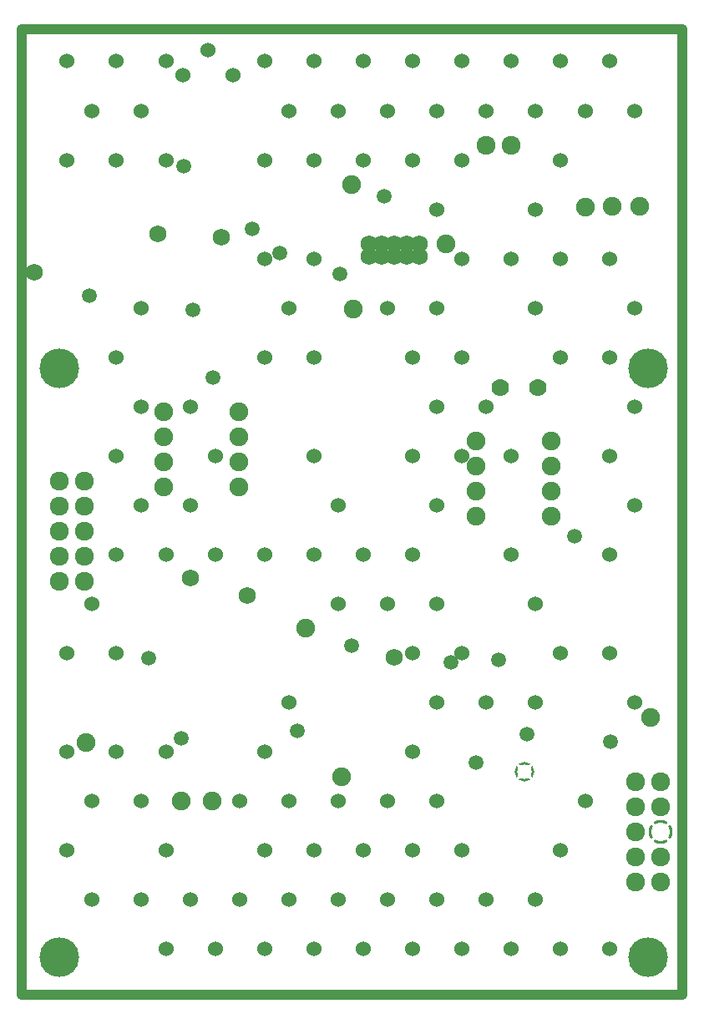
<source format=gbr>
%TF.GenerationSoftware,Altium Limited,Altium Designer,18.0.9 (584)*%
G04 Layer_Physical_Order=3*
G04 Layer_Color=128*
%FSLAX26Y26*%
%MOIN*%
%TF.FileFunction,Copper,L3,Inr,Plane*%
%TF.Part,Single*%
G01*
G75*
%TA.AperFunction,ComponentPad*%
%ADD27C,0.060000*%
%TA.AperFunction,NonConductor*%
%ADD37C,0.040000*%
%TA.AperFunction,ComponentPad*%
%ADD38C,0.075433*%
%ADD39C,0.075827*%
G04:AMPARAMS|DCode=40|XSize=95.827mil|YSize=95.827mil|CornerRadius=0mil|HoleSize=0mil|Usage=FLASHONLY|Rotation=0.000|XOffset=0mil|YOffset=0mil|HoleType=Round|Shape=Relief|Width=10mil|Gap=10mil|Entries=4|*
%AMTHD40*
7,0,0,0.095827,0.075827,0.010000,45*
%
%ADD40THD40*%
%ADD41C,0.070000*%
%TA.AperFunction,ViaPad*%
%ADD42C,0.158110*%
%TA.AperFunction,ComponentPad*%
%ADD43C,0.068000*%
%TA.AperFunction,ViaPad*%
G04:AMPARAMS|DCode=45|XSize=79.685mil|YSize=79.685mil|CornerRadius=0mil|HoleSize=0mil|Usage=FLASHONLY|Rotation=0.000|XOffset=0mil|YOffset=0mil|HoleType=Round|Shape=Relief|Width=10mil|Gap=10mil|Entries=4|*
%AMTHD45*
7,0,0,0.079685,0.059685,0.010000,45*
%
%ADD45THD45*%
%ADD46C,0.059685*%
%ADD47C,0.068000*%
%ADD48C,0.060000*%
D27*
X644110Y3669110D02*
D03*
X844110D02*
D03*
X744110Y3769110D02*
D03*
D37*
X0Y0D02*
X2637795Y-0D01*
X2637795Y3852110D02*
X2637795Y-0D01*
X-0Y3852110D02*
X2637795Y3852110D01*
X-0Y3852110D02*
X0Y0D01*
D38*
X634913Y774110D02*
D03*
X1814134Y2209568D02*
D03*
Y2109568D02*
D03*
Y2009568D02*
D03*
Y1909568D02*
D03*
X2114134Y2209568D02*
D03*
Y2109568D02*
D03*
Y2009568D02*
D03*
Y1909568D02*
D03*
X866110Y2027110D02*
D03*
Y2127110D02*
D03*
Y2227110D02*
D03*
Y2327110D02*
D03*
X566110Y2027110D02*
D03*
Y2127110D02*
D03*
Y2227110D02*
D03*
Y2327110D02*
D03*
X1315110Y3231110D02*
D03*
X1323110Y2735110D02*
D03*
X2466110Y3145110D02*
D03*
X2355110Y3145110D02*
D03*
X2250110Y3143810D02*
D03*
X1694110Y2997110D02*
D03*
X1132110Y1463110D02*
D03*
X760110Y774110D02*
D03*
X257759Y1005858D02*
D03*
X1275110Y868110D02*
D03*
X2511110Y1107110D02*
D03*
D39*
X150110Y2050110D02*
D03*
Y1950110D02*
D03*
Y1850110D02*
D03*
Y1750110D02*
D03*
Y1650110D02*
D03*
X250110Y2050110D02*
D03*
Y1950110D02*
D03*
Y1850110D02*
D03*
Y1750110D02*
D03*
Y1650110D02*
D03*
X1952110Y3390110D02*
D03*
X1852110D02*
D03*
X2450110Y850110D02*
D03*
Y750110D02*
D03*
Y650110D02*
D03*
Y550110D02*
D03*
Y450110D02*
D03*
X2550110Y850110D02*
D03*
Y750110D02*
D03*
Y550110D02*
D03*
Y450110D02*
D03*
D40*
Y650110D02*
D03*
D41*
X2058338Y2423260D02*
D03*
X1908732D02*
D03*
D42*
X150110Y150110D02*
D03*
X2500110D02*
D03*
X150110Y2500110D02*
D03*
X2500110D02*
D03*
D43*
X1585110Y2995112D02*
D03*
Y2945112D02*
D03*
X1535110Y2995112D02*
D03*
Y2945112D02*
D03*
X1485110Y2995112D02*
D03*
Y2945112D02*
D03*
X1435110Y2995112D02*
D03*
Y2945112D02*
D03*
X1385110Y2995112D02*
D03*
Y2945112D02*
D03*
D45*
X2005362Y890110D02*
D03*
D46*
X1903009Y1337474D02*
D03*
X1813252Y926110D02*
D03*
X2350110Y1010110D02*
D03*
X270110Y2790110D02*
D03*
X2205110Y1830110D02*
D03*
X2015488Y1038780D02*
D03*
X1713800Y1325110D02*
D03*
X645110Y3305110D02*
D03*
X1030110Y2960110D02*
D03*
X921110Y3055110D02*
D03*
X682110Y2732110D02*
D03*
X1447616Y3185110D02*
D03*
X1268110Y2876110D02*
D03*
X762110Y2463110D02*
D03*
X1099110Y1053110D02*
D03*
X1316110Y1392065D02*
D03*
X505110Y1344110D02*
D03*
X634922Y1024110D02*
D03*
D47*
X1485110Y1345110D02*
D03*
X900000Y1591492D02*
D03*
X672000Y1662000D02*
D03*
X49000Y2883000D02*
D03*
X797110Y3023110D02*
D03*
X544110Y3037362D02*
D03*
D48*
X279528Y377953D02*
D03*
X181102Y574803D02*
D03*
X279528Y771654D02*
D03*
X181102Y968504D02*
D03*
Y1362205D02*
D03*
X279528Y1559055D02*
D03*
X181102Y3330709D02*
D03*
X279528Y3527559D02*
D03*
X181102Y3724410D02*
D03*
X476378Y377953D02*
D03*
Y771654D02*
D03*
X377953Y968504D02*
D03*
Y1362205D02*
D03*
Y1755906D02*
D03*
X476378Y1952756D02*
D03*
X377953Y2149606D02*
D03*
X476378Y2346457D02*
D03*
X377953Y2543307D02*
D03*
X476378Y2740158D02*
D03*
X377953Y3330709D02*
D03*
X476378Y3527559D02*
D03*
X377953Y3724410D02*
D03*
X574803Y181102D02*
D03*
X673228Y377953D02*
D03*
X574803Y574803D02*
D03*
Y968504D02*
D03*
Y1755906D02*
D03*
X673228Y1952756D02*
D03*
Y2346457D02*
D03*
X574803Y3330709D02*
D03*
Y3724410D02*
D03*
X771654Y181102D02*
D03*
X870079Y377953D02*
D03*
Y771654D02*
D03*
X771654Y1755906D02*
D03*
Y2149606D02*
D03*
X968504Y181102D02*
D03*
X1066929Y377953D02*
D03*
X968504Y574803D02*
D03*
X1066929Y771654D02*
D03*
X968504Y968504D02*
D03*
X1066929Y1165354D02*
D03*
X968504Y1755906D02*
D03*
Y2543307D02*
D03*
X1066929Y2740158D02*
D03*
X968504Y2937008D02*
D03*
Y3330709D02*
D03*
X1066929Y3527559D02*
D03*
X968504Y3724410D02*
D03*
X1165354Y181102D02*
D03*
X1263780Y377953D02*
D03*
X1165354Y574803D02*
D03*
X1263780Y771654D02*
D03*
Y1559055D02*
D03*
X1165354Y1755906D02*
D03*
X1263780Y1952756D02*
D03*
X1165354Y2149606D02*
D03*
Y2543307D02*
D03*
Y2937008D02*
D03*
Y3330709D02*
D03*
X1263780Y3527559D02*
D03*
X1165354Y3724410D02*
D03*
X1362205Y181102D02*
D03*
X1460630Y377953D02*
D03*
X1362205Y574803D02*
D03*
X1460630Y771654D02*
D03*
Y1559055D02*
D03*
X1362205Y1755906D02*
D03*
X1460630Y2740158D02*
D03*
X1362205Y3330709D02*
D03*
X1460630Y3527559D02*
D03*
X1362205Y3724410D02*
D03*
X1559055Y181102D02*
D03*
X1657480Y377953D02*
D03*
X1559055Y574803D02*
D03*
X1657480Y771654D02*
D03*
X1559055Y968504D02*
D03*
X1657480Y1165354D02*
D03*
X1559055Y1362205D02*
D03*
X1657480Y1559055D02*
D03*
X1559055Y1755906D02*
D03*
X1657480Y1952756D02*
D03*
X1559055Y2149606D02*
D03*
X1657480Y2346457D02*
D03*
X1559055Y2543307D02*
D03*
X1657480Y2740158D02*
D03*
Y3133858D02*
D03*
X1559055Y3330709D02*
D03*
X1657480Y3527559D02*
D03*
X1559055Y3724410D02*
D03*
X1755906Y181102D02*
D03*
X1854331Y377953D02*
D03*
X1755906Y574803D02*
D03*
X1854331Y1165354D02*
D03*
X1755906Y1362205D02*
D03*
Y2149606D02*
D03*
X1854331Y2346457D02*
D03*
X1755906Y2543307D02*
D03*
Y2937008D02*
D03*
Y3330709D02*
D03*
X1854331Y3527559D02*
D03*
X1755906Y3724410D02*
D03*
X1952756Y181102D02*
D03*
X2051181Y377953D02*
D03*
Y1165354D02*
D03*
Y1559055D02*
D03*
X1952756Y1755906D02*
D03*
Y2149606D02*
D03*
X2051181Y2740158D02*
D03*
X1952756Y2937008D02*
D03*
X2051181Y3133858D02*
D03*
Y3527559D02*
D03*
X1952756Y3724410D02*
D03*
X2149606Y181102D02*
D03*
Y574803D02*
D03*
X2248032Y771654D02*
D03*
X2149606Y1362205D02*
D03*
Y2543307D02*
D03*
Y2937008D02*
D03*
Y3330709D02*
D03*
X2248032Y3527559D02*
D03*
X2149606Y3724410D02*
D03*
X2346457Y181102D02*
D03*
X2444882Y1165354D02*
D03*
X2346457Y1362205D02*
D03*
Y1755906D02*
D03*
X2444882Y1952756D02*
D03*
X2346457Y2149606D02*
D03*
X2444882Y2346457D02*
D03*
X2346457Y2543307D02*
D03*
X2444882Y2740158D02*
D03*
X2346457Y2937008D02*
D03*
X2444882Y3527559D02*
D03*
X2346457Y3724410D02*
D03*
%TF.MD5,872a74a26d6b1a9dedb7929f6da863c5*%
M02*

</source>
